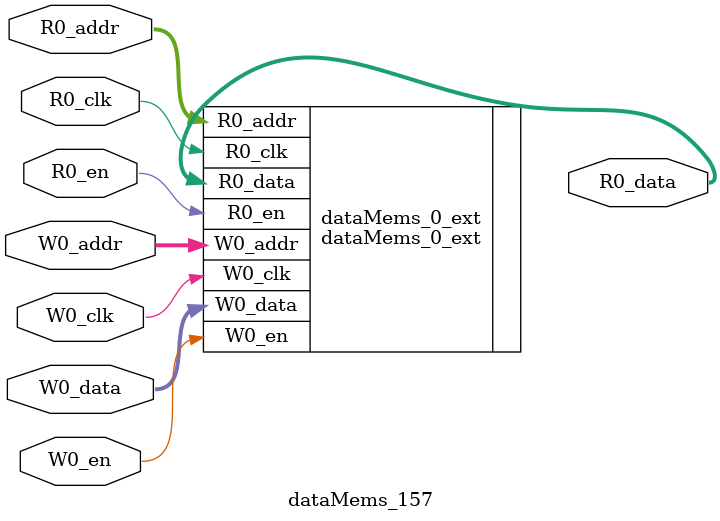
<source format=sv>
`ifndef RANDOMIZE
  `ifdef RANDOMIZE_REG_INIT
    `define RANDOMIZE
  `endif // RANDOMIZE_REG_INIT
`endif // not def RANDOMIZE
`ifndef RANDOMIZE
  `ifdef RANDOMIZE_MEM_INIT
    `define RANDOMIZE
  `endif // RANDOMIZE_MEM_INIT
`endif // not def RANDOMIZE

`ifndef RANDOM
  `define RANDOM $random
`endif // not def RANDOM

// Users can define 'PRINTF_COND' to add an extra gate to prints.
`ifndef PRINTF_COND_
  `ifdef PRINTF_COND
    `define PRINTF_COND_ (`PRINTF_COND)
  `else  // PRINTF_COND
    `define PRINTF_COND_ 1
  `endif // PRINTF_COND
`endif // not def PRINTF_COND_

// Users can define 'ASSERT_VERBOSE_COND' to add an extra gate to assert error printing.
`ifndef ASSERT_VERBOSE_COND_
  `ifdef ASSERT_VERBOSE_COND
    `define ASSERT_VERBOSE_COND_ (`ASSERT_VERBOSE_COND)
  `else  // ASSERT_VERBOSE_COND
    `define ASSERT_VERBOSE_COND_ 1
  `endif // ASSERT_VERBOSE_COND
`endif // not def ASSERT_VERBOSE_COND_

// Users can define 'STOP_COND' to add an extra gate to stop conditions.
`ifndef STOP_COND_
  `ifdef STOP_COND
    `define STOP_COND_ (`STOP_COND)
  `else  // STOP_COND
    `define STOP_COND_ 1
  `endif // STOP_COND
`endif // not def STOP_COND_

// Users can define INIT_RANDOM as general code that gets injected into the
// initializer block for modules with registers.
`ifndef INIT_RANDOM
  `define INIT_RANDOM
`endif // not def INIT_RANDOM

// If using random initialization, you can also define RANDOMIZE_DELAY to
// customize the delay used, otherwise 0.002 is used.
`ifndef RANDOMIZE_DELAY
  `define RANDOMIZE_DELAY 0.002
`endif // not def RANDOMIZE_DELAY

// Define INIT_RANDOM_PROLOG_ for use in our modules below.
`ifndef INIT_RANDOM_PROLOG_
  `ifdef RANDOMIZE
    `ifdef VERILATOR
      `define INIT_RANDOM_PROLOG_ `INIT_RANDOM
    `else  // VERILATOR
      `define INIT_RANDOM_PROLOG_ `INIT_RANDOM #`RANDOMIZE_DELAY begin end
    `endif // VERILATOR
  `else  // RANDOMIZE
    `define INIT_RANDOM_PROLOG_
  `endif // RANDOMIZE
`endif // not def INIT_RANDOM_PROLOG_

// Include register initializers in init blocks unless synthesis is set
`ifndef SYNTHESIS
  `ifndef ENABLE_INITIAL_REG_
    `define ENABLE_INITIAL_REG_
  `endif // not def ENABLE_INITIAL_REG_
`endif // not def SYNTHESIS

// Include rmemory initializers in init blocks unless synthesis is set
`ifndef SYNTHESIS
  `ifndef ENABLE_INITIAL_MEM_
    `define ENABLE_INITIAL_MEM_
  `endif // not def ENABLE_INITIAL_MEM_
`endif // not def SYNTHESIS

module dataMems_157(	// @[generators/ara/src/main/scala/UnsafeAXI4ToTL.scala:365:62]
  input  [4:0]  R0_addr,
  input         R0_en,
  input         R0_clk,
  output [66:0] R0_data,
  input  [4:0]  W0_addr,
  input         W0_en,
  input         W0_clk,
  input  [66:0] W0_data
);

  dataMems_0_ext dataMems_0_ext (	// @[generators/ara/src/main/scala/UnsafeAXI4ToTL.scala:365:62]
    .R0_addr (R0_addr),
    .R0_en   (R0_en),
    .R0_clk  (R0_clk),
    .R0_data (R0_data),
    .W0_addr (W0_addr),
    .W0_en   (W0_en),
    .W0_clk  (W0_clk),
    .W0_data (W0_data)
  );
endmodule


</source>
